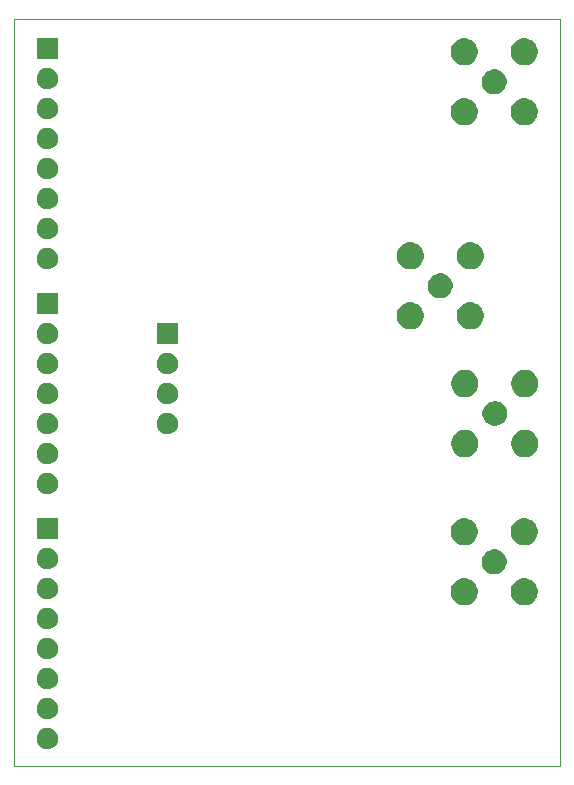
<source format=gbr>
%TF.GenerationSoftware,KiCad,Pcbnew,(5.1.5)-3*%
%TF.CreationDate,2020-04-11T16:30:29+01:00*%
%TF.ProjectId,EPCTest2,45504354-6573-4743-922e-6b696361645f,rev?*%
%TF.SameCoordinates,Original*%
%TF.FileFunction,Soldermask,Bot*%
%TF.FilePolarity,Negative*%
%FSLAX46Y46*%
G04 Gerber Fmt 4.6, Leading zero omitted, Abs format (unit mm)*
G04 Created by KiCad (PCBNEW (5.1.5)-3) date 2020-04-11 16:30:29*
%MOMM*%
%LPD*%
G04 APERTURE LIST*
%TA.AperFunction,Profile*%
%ADD10C,0.100000*%
%TD*%
%ADD11C,0.150000*%
G04 APERTURE END LIST*
D10*
X92964000Y-64770000D02*
X92964000Y-128016000D01*
X46736000Y-64770000D02*
X92964000Y-64770000D01*
X46736000Y-128016000D02*
X46736000Y-64770000D01*
X92964000Y-128016000D02*
X46736000Y-128016000D01*
D11*
G36*
X49643512Y-124833927D02*
G01*
X49792812Y-124863624D01*
X49956784Y-124931544D01*
X50104354Y-125030147D01*
X50229853Y-125155646D01*
X50328456Y-125303216D01*
X50396376Y-125467188D01*
X50431000Y-125641259D01*
X50431000Y-125818741D01*
X50396376Y-125992812D01*
X50328456Y-126156784D01*
X50229853Y-126304354D01*
X50104354Y-126429853D01*
X49956784Y-126528456D01*
X49792812Y-126596376D01*
X49643512Y-126626073D01*
X49618742Y-126631000D01*
X49441258Y-126631000D01*
X49416488Y-126626073D01*
X49267188Y-126596376D01*
X49103216Y-126528456D01*
X48955646Y-126429853D01*
X48830147Y-126304354D01*
X48731544Y-126156784D01*
X48663624Y-125992812D01*
X48629000Y-125818741D01*
X48629000Y-125641259D01*
X48663624Y-125467188D01*
X48731544Y-125303216D01*
X48830147Y-125155646D01*
X48955646Y-125030147D01*
X49103216Y-124931544D01*
X49267188Y-124863624D01*
X49416488Y-124833927D01*
X49441258Y-124829000D01*
X49618742Y-124829000D01*
X49643512Y-124833927D01*
G37*
G36*
X49643512Y-122293927D02*
G01*
X49792812Y-122323624D01*
X49956784Y-122391544D01*
X50104354Y-122490147D01*
X50229853Y-122615646D01*
X50328456Y-122763216D01*
X50396376Y-122927188D01*
X50431000Y-123101259D01*
X50431000Y-123278741D01*
X50396376Y-123452812D01*
X50328456Y-123616784D01*
X50229853Y-123764354D01*
X50104354Y-123889853D01*
X49956784Y-123988456D01*
X49792812Y-124056376D01*
X49643512Y-124086073D01*
X49618742Y-124091000D01*
X49441258Y-124091000D01*
X49416488Y-124086073D01*
X49267188Y-124056376D01*
X49103216Y-123988456D01*
X48955646Y-123889853D01*
X48830147Y-123764354D01*
X48731544Y-123616784D01*
X48663624Y-123452812D01*
X48629000Y-123278741D01*
X48629000Y-123101259D01*
X48663624Y-122927188D01*
X48731544Y-122763216D01*
X48830147Y-122615646D01*
X48955646Y-122490147D01*
X49103216Y-122391544D01*
X49267188Y-122323624D01*
X49416488Y-122293927D01*
X49441258Y-122289000D01*
X49618742Y-122289000D01*
X49643512Y-122293927D01*
G37*
G36*
X49643512Y-119753927D02*
G01*
X49792812Y-119783624D01*
X49956784Y-119851544D01*
X50104354Y-119950147D01*
X50229853Y-120075646D01*
X50328456Y-120223216D01*
X50396376Y-120387188D01*
X50431000Y-120561259D01*
X50431000Y-120738741D01*
X50396376Y-120912812D01*
X50328456Y-121076784D01*
X50229853Y-121224354D01*
X50104354Y-121349853D01*
X49956784Y-121448456D01*
X49792812Y-121516376D01*
X49643512Y-121546073D01*
X49618742Y-121551000D01*
X49441258Y-121551000D01*
X49416488Y-121546073D01*
X49267188Y-121516376D01*
X49103216Y-121448456D01*
X48955646Y-121349853D01*
X48830147Y-121224354D01*
X48731544Y-121076784D01*
X48663624Y-120912812D01*
X48629000Y-120738741D01*
X48629000Y-120561259D01*
X48663624Y-120387188D01*
X48731544Y-120223216D01*
X48830147Y-120075646D01*
X48955646Y-119950147D01*
X49103216Y-119851544D01*
X49267188Y-119783624D01*
X49416488Y-119753927D01*
X49441258Y-119749000D01*
X49618742Y-119749000D01*
X49643512Y-119753927D01*
G37*
G36*
X49643512Y-117213927D02*
G01*
X49792812Y-117243624D01*
X49956784Y-117311544D01*
X50104354Y-117410147D01*
X50229853Y-117535646D01*
X50328456Y-117683216D01*
X50396376Y-117847188D01*
X50431000Y-118021259D01*
X50431000Y-118198741D01*
X50396376Y-118372812D01*
X50328456Y-118536784D01*
X50229853Y-118684354D01*
X50104354Y-118809853D01*
X49956784Y-118908456D01*
X49792812Y-118976376D01*
X49643512Y-119006073D01*
X49618742Y-119011000D01*
X49441258Y-119011000D01*
X49416488Y-119006073D01*
X49267188Y-118976376D01*
X49103216Y-118908456D01*
X48955646Y-118809853D01*
X48830147Y-118684354D01*
X48731544Y-118536784D01*
X48663624Y-118372812D01*
X48629000Y-118198741D01*
X48629000Y-118021259D01*
X48663624Y-117847188D01*
X48731544Y-117683216D01*
X48830147Y-117535646D01*
X48955646Y-117410147D01*
X49103216Y-117311544D01*
X49267188Y-117243624D01*
X49416488Y-117213927D01*
X49441258Y-117209000D01*
X49618742Y-117209000D01*
X49643512Y-117213927D01*
G37*
G36*
X49643512Y-114673927D02*
G01*
X49792812Y-114703624D01*
X49956784Y-114771544D01*
X50104354Y-114870147D01*
X50229853Y-114995646D01*
X50328456Y-115143216D01*
X50396376Y-115307188D01*
X50431000Y-115481259D01*
X50431000Y-115658741D01*
X50396376Y-115832812D01*
X50328456Y-115996784D01*
X50229853Y-116144354D01*
X50104354Y-116269853D01*
X49956784Y-116368456D01*
X49792812Y-116436376D01*
X49643512Y-116466073D01*
X49618742Y-116471000D01*
X49441258Y-116471000D01*
X49416488Y-116466073D01*
X49267188Y-116436376D01*
X49103216Y-116368456D01*
X48955646Y-116269853D01*
X48830147Y-116144354D01*
X48731544Y-115996784D01*
X48663624Y-115832812D01*
X48629000Y-115658741D01*
X48629000Y-115481259D01*
X48663624Y-115307188D01*
X48731544Y-115143216D01*
X48830147Y-114995646D01*
X48955646Y-114870147D01*
X49103216Y-114771544D01*
X49267188Y-114703624D01*
X49416488Y-114673927D01*
X49441258Y-114669000D01*
X49618742Y-114669000D01*
X49643512Y-114673927D01*
G37*
G36*
X85060549Y-112155116D02*
G01*
X85171734Y-112177232D01*
X85381203Y-112263997D01*
X85569720Y-112389960D01*
X85730040Y-112550280D01*
X85856003Y-112738797D01*
X85939866Y-112941259D01*
X85942768Y-112948267D01*
X85976678Y-113118741D01*
X85987000Y-113170636D01*
X85987000Y-113397364D01*
X85942768Y-113619734D01*
X85897155Y-113729853D01*
X85856313Y-113828456D01*
X85856003Y-113829203D01*
X85730040Y-114017720D01*
X85569720Y-114178040D01*
X85381203Y-114304003D01*
X85171734Y-114390768D01*
X85060549Y-114412884D01*
X84949365Y-114435000D01*
X84722635Y-114435000D01*
X84611451Y-114412884D01*
X84500266Y-114390768D01*
X84290797Y-114304003D01*
X84102280Y-114178040D01*
X83941960Y-114017720D01*
X83815997Y-113829203D01*
X83815688Y-113828456D01*
X83774845Y-113729853D01*
X83729232Y-113619734D01*
X83685000Y-113397364D01*
X83685000Y-113170636D01*
X83695323Y-113118741D01*
X83729232Y-112948267D01*
X83732135Y-112941259D01*
X83815997Y-112738797D01*
X83941960Y-112550280D01*
X84102280Y-112389960D01*
X84290797Y-112263997D01*
X84500266Y-112177232D01*
X84611451Y-112155116D01*
X84722635Y-112133000D01*
X84949365Y-112133000D01*
X85060549Y-112155116D01*
G37*
G36*
X90140549Y-112155116D02*
G01*
X90251734Y-112177232D01*
X90461203Y-112263997D01*
X90649720Y-112389960D01*
X90810040Y-112550280D01*
X90936003Y-112738797D01*
X91019866Y-112941259D01*
X91022768Y-112948267D01*
X91056678Y-113118741D01*
X91067000Y-113170636D01*
X91067000Y-113397364D01*
X91022768Y-113619734D01*
X90977155Y-113729853D01*
X90936313Y-113828456D01*
X90936003Y-113829203D01*
X90810040Y-114017720D01*
X90649720Y-114178040D01*
X90461203Y-114304003D01*
X90251734Y-114390768D01*
X90140549Y-114412884D01*
X90029365Y-114435000D01*
X89802635Y-114435000D01*
X89691451Y-114412884D01*
X89580266Y-114390768D01*
X89370797Y-114304003D01*
X89182280Y-114178040D01*
X89021960Y-114017720D01*
X88895997Y-113829203D01*
X88895688Y-113828456D01*
X88854845Y-113729853D01*
X88809232Y-113619734D01*
X88765000Y-113397364D01*
X88765000Y-113170636D01*
X88775323Y-113118741D01*
X88809232Y-112948267D01*
X88812135Y-112941259D01*
X88895997Y-112738797D01*
X89021960Y-112550280D01*
X89182280Y-112389960D01*
X89370797Y-112263997D01*
X89580266Y-112177232D01*
X89691451Y-112155116D01*
X89802635Y-112133000D01*
X90029365Y-112133000D01*
X90140549Y-112155116D01*
G37*
G36*
X49638851Y-112133000D02*
G01*
X49792812Y-112163624D01*
X49956784Y-112231544D01*
X50104354Y-112330147D01*
X50229853Y-112455646D01*
X50328456Y-112603216D01*
X50396376Y-112767188D01*
X50431000Y-112941259D01*
X50431000Y-113118741D01*
X50396376Y-113292812D01*
X50328456Y-113456784D01*
X50229853Y-113604354D01*
X50104354Y-113729853D01*
X49956784Y-113828456D01*
X49792812Y-113896376D01*
X49643512Y-113926073D01*
X49618742Y-113931000D01*
X49441258Y-113931000D01*
X49416488Y-113926073D01*
X49267188Y-113896376D01*
X49103216Y-113828456D01*
X48955646Y-113729853D01*
X48830147Y-113604354D01*
X48731544Y-113456784D01*
X48663624Y-113292812D01*
X48629000Y-113118741D01*
X48629000Y-112941259D01*
X48663624Y-112767188D01*
X48731544Y-112603216D01*
X48830147Y-112455646D01*
X48955646Y-112330147D01*
X49103216Y-112231544D01*
X49267188Y-112163624D01*
X49421149Y-112133000D01*
X49441258Y-112129000D01*
X49618742Y-112129000D01*
X49638851Y-112133000D01*
G37*
G36*
X87682564Y-109733389D02*
G01*
X87873833Y-109812615D01*
X87873835Y-109812616D01*
X88045973Y-109927635D01*
X88192365Y-110074027D01*
X88294705Y-110227189D01*
X88307385Y-110246167D01*
X88386611Y-110437436D01*
X88427000Y-110640484D01*
X88427000Y-110847516D01*
X88386611Y-111050564D01*
X88307385Y-111241833D01*
X88307384Y-111241835D01*
X88192365Y-111413973D01*
X88045973Y-111560365D01*
X87873835Y-111675384D01*
X87873834Y-111675385D01*
X87873833Y-111675385D01*
X87682564Y-111754611D01*
X87479516Y-111795000D01*
X87272484Y-111795000D01*
X87069436Y-111754611D01*
X86878167Y-111675385D01*
X86878166Y-111675385D01*
X86878165Y-111675384D01*
X86706027Y-111560365D01*
X86559635Y-111413973D01*
X86444616Y-111241835D01*
X86444615Y-111241833D01*
X86365389Y-111050564D01*
X86325000Y-110847516D01*
X86325000Y-110640484D01*
X86365389Y-110437436D01*
X86444615Y-110246167D01*
X86457296Y-110227189D01*
X86559635Y-110074027D01*
X86706027Y-109927635D01*
X86878165Y-109812616D01*
X86878167Y-109812615D01*
X87069436Y-109733389D01*
X87272484Y-109693000D01*
X87479516Y-109693000D01*
X87682564Y-109733389D01*
G37*
G36*
X49643512Y-109593927D02*
G01*
X49792812Y-109623624D01*
X49956784Y-109691544D01*
X50104354Y-109790147D01*
X50229853Y-109915646D01*
X50328456Y-110063216D01*
X50396376Y-110227188D01*
X50431000Y-110401259D01*
X50431000Y-110578741D01*
X50396376Y-110752812D01*
X50328456Y-110916784D01*
X50229853Y-111064354D01*
X50104354Y-111189853D01*
X49956784Y-111288456D01*
X49792812Y-111356376D01*
X49643512Y-111386073D01*
X49618742Y-111391000D01*
X49441258Y-111391000D01*
X49416488Y-111386073D01*
X49267188Y-111356376D01*
X49103216Y-111288456D01*
X48955646Y-111189853D01*
X48830147Y-111064354D01*
X48731544Y-110916784D01*
X48663624Y-110752812D01*
X48629000Y-110578741D01*
X48629000Y-110401259D01*
X48663624Y-110227188D01*
X48731544Y-110063216D01*
X48830147Y-109915646D01*
X48955646Y-109790147D01*
X49103216Y-109691544D01*
X49267188Y-109623624D01*
X49416488Y-109593927D01*
X49441258Y-109589000D01*
X49618742Y-109589000D01*
X49643512Y-109593927D01*
G37*
G36*
X85060549Y-107075116D02*
G01*
X85171734Y-107097232D01*
X85381203Y-107183997D01*
X85569720Y-107309960D01*
X85730040Y-107470280D01*
X85856003Y-107658797D01*
X85942768Y-107868266D01*
X85987000Y-108090636D01*
X85987000Y-108317364D01*
X85942768Y-108539734D01*
X85856003Y-108749203D01*
X85730040Y-108937720D01*
X85569720Y-109098040D01*
X85381203Y-109224003D01*
X85171734Y-109310768D01*
X85060549Y-109332884D01*
X84949365Y-109355000D01*
X84722635Y-109355000D01*
X84611451Y-109332884D01*
X84500266Y-109310768D01*
X84290797Y-109224003D01*
X84102280Y-109098040D01*
X83941960Y-108937720D01*
X83815997Y-108749203D01*
X83729232Y-108539734D01*
X83685000Y-108317364D01*
X83685000Y-108090636D01*
X83729232Y-107868266D01*
X83815997Y-107658797D01*
X83941960Y-107470280D01*
X84102280Y-107309960D01*
X84290797Y-107183997D01*
X84500266Y-107097232D01*
X84611451Y-107075116D01*
X84722635Y-107053000D01*
X84949365Y-107053000D01*
X85060549Y-107075116D01*
G37*
G36*
X90140549Y-107075116D02*
G01*
X90251734Y-107097232D01*
X90461203Y-107183997D01*
X90649720Y-107309960D01*
X90810040Y-107470280D01*
X90936003Y-107658797D01*
X91022768Y-107868266D01*
X91067000Y-108090636D01*
X91067000Y-108317364D01*
X91022768Y-108539734D01*
X90936003Y-108749203D01*
X90810040Y-108937720D01*
X90649720Y-109098040D01*
X90461203Y-109224003D01*
X90251734Y-109310768D01*
X90140549Y-109332884D01*
X90029365Y-109355000D01*
X89802635Y-109355000D01*
X89691451Y-109332884D01*
X89580266Y-109310768D01*
X89370797Y-109224003D01*
X89182280Y-109098040D01*
X89021960Y-108937720D01*
X88895997Y-108749203D01*
X88809232Y-108539734D01*
X88765000Y-108317364D01*
X88765000Y-108090636D01*
X88809232Y-107868266D01*
X88895997Y-107658797D01*
X89021960Y-107470280D01*
X89182280Y-107309960D01*
X89370797Y-107183997D01*
X89580266Y-107097232D01*
X89691451Y-107075116D01*
X89802635Y-107053000D01*
X90029365Y-107053000D01*
X90140549Y-107075116D01*
G37*
G36*
X50431000Y-108851000D02*
G01*
X48629000Y-108851000D01*
X48629000Y-107049000D01*
X50431000Y-107049000D01*
X50431000Y-108851000D01*
G37*
G36*
X49643512Y-103243927D02*
G01*
X49792812Y-103273624D01*
X49956784Y-103341544D01*
X50104354Y-103440147D01*
X50229853Y-103565646D01*
X50328456Y-103713216D01*
X50396376Y-103877188D01*
X50431000Y-104051259D01*
X50431000Y-104228741D01*
X50396376Y-104402812D01*
X50328456Y-104566784D01*
X50229853Y-104714354D01*
X50104354Y-104839853D01*
X49956784Y-104938456D01*
X49792812Y-105006376D01*
X49643512Y-105036073D01*
X49618742Y-105041000D01*
X49441258Y-105041000D01*
X49416488Y-105036073D01*
X49267188Y-105006376D01*
X49103216Y-104938456D01*
X48955646Y-104839853D01*
X48830147Y-104714354D01*
X48731544Y-104566784D01*
X48663624Y-104402812D01*
X48629000Y-104228741D01*
X48629000Y-104051259D01*
X48663624Y-103877188D01*
X48731544Y-103713216D01*
X48830147Y-103565646D01*
X48955646Y-103440147D01*
X49103216Y-103341544D01*
X49267188Y-103273624D01*
X49416488Y-103243927D01*
X49441258Y-103239000D01*
X49618742Y-103239000D01*
X49643512Y-103243927D01*
G37*
G36*
X49643512Y-100703927D02*
G01*
X49792812Y-100733624D01*
X49956784Y-100801544D01*
X50104354Y-100900147D01*
X50229853Y-101025646D01*
X50328456Y-101173216D01*
X50396376Y-101337188D01*
X50431000Y-101511259D01*
X50431000Y-101688741D01*
X50396376Y-101862812D01*
X50328456Y-102026784D01*
X50229853Y-102174354D01*
X50104354Y-102299853D01*
X49956784Y-102398456D01*
X49792812Y-102466376D01*
X49643512Y-102496073D01*
X49618742Y-102501000D01*
X49441258Y-102501000D01*
X49416488Y-102496073D01*
X49267188Y-102466376D01*
X49103216Y-102398456D01*
X48955646Y-102299853D01*
X48830147Y-102174354D01*
X48731544Y-102026784D01*
X48663624Y-101862812D01*
X48629000Y-101688741D01*
X48629000Y-101511259D01*
X48663624Y-101337188D01*
X48731544Y-101173216D01*
X48830147Y-101025646D01*
X48955646Y-100900147D01*
X49103216Y-100801544D01*
X49267188Y-100733624D01*
X49416488Y-100703927D01*
X49441258Y-100699000D01*
X49618742Y-100699000D01*
X49643512Y-100703927D01*
G37*
G36*
X85111349Y-99607516D02*
G01*
X85222534Y-99629632D01*
X85432003Y-99716397D01*
X85620520Y-99842360D01*
X85780840Y-100002680D01*
X85906803Y-100191197D01*
X85993568Y-100400666D01*
X86037800Y-100623036D01*
X86037800Y-100849764D01*
X85993568Y-101072134D01*
X85906803Y-101281603D01*
X85780840Y-101470120D01*
X85620520Y-101630440D01*
X85432003Y-101756403D01*
X85222534Y-101843168D01*
X85123782Y-101862811D01*
X85000165Y-101887400D01*
X84773435Y-101887400D01*
X84649818Y-101862811D01*
X84551066Y-101843168D01*
X84341597Y-101756403D01*
X84153080Y-101630440D01*
X83992760Y-101470120D01*
X83866797Y-101281603D01*
X83780032Y-101072134D01*
X83735800Y-100849764D01*
X83735800Y-100623036D01*
X83780032Y-100400666D01*
X83866797Y-100191197D01*
X83992760Y-100002680D01*
X84153080Y-99842360D01*
X84341597Y-99716397D01*
X84551066Y-99629632D01*
X84662251Y-99607516D01*
X84773435Y-99585400D01*
X85000165Y-99585400D01*
X85111349Y-99607516D01*
G37*
G36*
X90191349Y-99607516D02*
G01*
X90302534Y-99629632D01*
X90512003Y-99716397D01*
X90700520Y-99842360D01*
X90860840Y-100002680D01*
X90986803Y-100191197D01*
X91073568Y-100400666D01*
X91117800Y-100623036D01*
X91117800Y-100849764D01*
X91073568Y-101072134D01*
X90986803Y-101281603D01*
X90860840Y-101470120D01*
X90700520Y-101630440D01*
X90512003Y-101756403D01*
X90302534Y-101843168D01*
X90203782Y-101862811D01*
X90080165Y-101887400D01*
X89853435Y-101887400D01*
X89729818Y-101862811D01*
X89631066Y-101843168D01*
X89421597Y-101756403D01*
X89233080Y-101630440D01*
X89072760Y-101470120D01*
X88946797Y-101281603D01*
X88860032Y-101072134D01*
X88815800Y-100849764D01*
X88815800Y-100623036D01*
X88860032Y-100400666D01*
X88946797Y-100191197D01*
X89072760Y-100002680D01*
X89233080Y-99842360D01*
X89421597Y-99716397D01*
X89631066Y-99629632D01*
X89742251Y-99607516D01*
X89853435Y-99585400D01*
X90080165Y-99585400D01*
X90191349Y-99607516D01*
G37*
G36*
X49643512Y-98163927D02*
G01*
X49792812Y-98193624D01*
X49956784Y-98261544D01*
X50104354Y-98360147D01*
X50229853Y-98485646D01*
X50328456Y-98633216D01*
X50396376Y-98797188D01*
X50431000Y-98971259D01*
X50431000Y-99148741D01*
X50396376Y-99322812D01*
X50328456Y-99486784D01*
X50229853Y-99634354D01*
X50104354Y-99759853D01*
X49956784Y-99858456D01*
X49792812Y-99926376D01*
X49643512Y-99956073D01*
X49618742Y-99961000D01*
X49441258Y-99961000D01*
X49416488Y-99956073D01*
X49267188Y-99926376D01*
X49103216Y-99858456D01*
X48955646Y-99759853D01*
X48830147Y-99634354D01*
X48731544Y-99486784D01*
X48663624Y-99322812D01*
X48629000Y-99148741D01*
X48629000Y-98971259D01*
X48663624Y-98797188D01*
X48731544Y-98633216D01*
X48830147Y-98485646D01*
X48955646Y-98360147D01*
X49103216Y-98261544D01*
X49267188Y-98193624D01*
X49416488Y-98163927D01*
X49441258Y-98159000D01*
X49618742Y-98159000D01*
X49643512Y-98163927D01*
G37*
G36*
X59803512Y-98163927D02*
G01*
X59952812Y-98193624D01*
X60116784Y-98261544D01*
X60264354Y-98360147D01*
X60389853Y-98485646D01*
X60488456Y-98633216D01*
X60556376Y-98797188D01*
X60591000Y-98971259D01*
X60591000Y-99148741D01*
X60556376Y-99322812D01*
X60488456Y-99486784D01*
X60389853Y-99634354D01*
X60264354Y-99759853D01*
X60116784Y-99858456D01*
X59952812Y-99926376D01*
X59803512Y-99956073D01*
X59778742Y-99961000D01*
X59601258Y-99961000D01*
X59576488Y-99956073D01*
X59427188Y-99926376D01*
X59263216Y-99858456D01*
X59115646Y-99759853D01*
X58990147Y-99634354D01*
X58891544Y-99486784D01*
X58823624Y-99322812D01*
X58789000Y-99148741D01*
X58789000Y-98971259D01*
X58823624Y-98797188D01*
X58891544Y-98633216D01*
X58990147Y-98485646D01*
X59115646Y-98360147D01*
X59263216Y-98261544D01*
X59427188Y-98193624D01*
X59576488Y-98163927D01*
X59601258Y-98159000D01*
X59778742Y-98159000D01*
X59803512Y-98163927D01*
G37*
G36*
X87733364Y-97185789D02*
G01*
X87924633Y-97265015D01*
X87924635Y-97265016D01*
X88096773Y-97380035D01*
X88243165Y-97526427D01*
X88358185Y-97698567D01*
X88437411Y-97889836D01*
X88477800Y-98092884D01*
X88477800Y-98299916D01*
X88437411Y-98502964D01*
X88383459Y-98633216D01*
X88358184Y-98694235D01*
X88243165Y-98866373D01*
X88096773Y-99012765D01*
X87924635Y-99127784D01*
X87924634Y-99127785D01*
X87924633Y-99127785D01*
X87733364Y-99207011D01*
X87530316Y-99247400D01*
X87323284Y-99247400D01*
X87120236Y-99207011D01*
X86928967Y-99127785D01*
X86928966Y-99127785D01*
X86928965Y-99127784D01*
X86756827Y-99012765D01*
X86610435Y-98866373D01*
X86495416Y-98694235D01*
X86470141Y-98633216D01*
X86416189Y-98502964D01*
X86375800Y-98299916D01*
X86375800Y-98092884D01*
X86416189Y-97889836D01*
X86495415Y-97698567D01*
X86610435Y-97526427D01*
X86756827Y-97380035D01*
X86928965Y-97265016D01*
X86928967Y-97265015D01*
X87120236Y-97185789D01*
X87323284Y-97145400D01*
X87530316Y-97145400D01*
X87733364Y-97185789D01*
G37*
G36*
X59803512Y-95623927D02*
G01*
X59952812Y-95653624D01*
X60116784Y-95721544D01*
X60264354Y-95820147D01*
X60389853Y-95945646D01*
X60488456Y-96093216D01*
X60556376Y-96257188D01*
X60591000Y-96431259D01*
X60591000Y-96608741D01*
X60556376Y-96782812D01*
X60488456Y-96946784D01*
X60389853Y-97094354D01*
X60264354Y-97219853D01*
X60116784Y-97318456D01*
X59952812Y-97386376D01*
X59803512Y-97416073D01*
X59778742Y-97421000D01*
X59601258Y-97421000D01*
X59576488Y-97416073D01*
X59427188Y-97386376D01*
X59263216Y-97318456D01*
X59115646Y-97219853D01*
X58990147Y-97094354D01*
X58891544Y-96946784D01*
X58823624Y-96782812D01*
X58789000Y-96608741D01*
X58789000Y-96431259D01*
X58823624Y-96257188D01*
X58891544Y-96093216D01*
X58990147Y-95945646D01*
X59115646Y-95820147D01*
X59263216Y-95721544D01*
X59427188Y-95653624D01*
X59576488Y-95623927D01*
X59601258Y-95619000D01*
X59778742Y-95619000D01*
X59803512Y-95623927D01*
G37*
G36*
X49643512Y-95623927D02*
G01*
X49792812Y-95653624D01*
X49956784Y-95721544D01*
X50104354Y-95820147D01*
X50229853Y-95945646D01*
X50328456Y-96093216D01*
X50396376Y-96257188D01*
X50431000Y-96431259D01*
X50431000Y-96608741D01*
X50396376Y-96782812D01*
X50328456Y-96946784D01*
X50229853Y-97094354D01*
X50104354Y-97219853D01*
X49956784Y-97318456D01*
X49792812Y-97386376D01*
X49643512Y-97416073D01*
X49618742Y-97421000D01*
X49441258Y-97421000D01*
X49416488Y-97416073D01*
X49267188Y-97386376D01*
X49103216Y-97318456D01*
X48955646Y-97219853D01*
X48830147Y-97094354D01*
X48731544Y-96946784D01*
X48663624Y-96782812D01*
X48629000Y-96608741D01*
X48629000Y-96431259D01*
X48663624Y-96257188D01*
X48731544Y-96093216D01*
X48830147Y-95945646D01*
X48955646Y-95820147D01*
X49103216Y-95721544D01*
X49267188Y-95653624D01*
X49416488Y-95623927D01*
X49441258Y-95619000D01*
X49618742Y-95619000D01*
X49643512Y-95623927D01*
G37*
G36*
X85111349Y-94527516D02*
G01*
X85222534Y-94549632D01*
X85432003Y-94636397D01*
X85620520Y-94762360D01*
X85780840Y-94922680D01*
X85906803Y-95111197D01*
X85993568Y-95320666D01*
X86037800Y-95543036D01*
X86037800Y-95769764D01*
X85993568Y-95992134D01*
X85906803Y-96201603D01*
X85780840Y-96390120D01*
X85620520Y-96550440D01*
X85432003Y-96676403D01*
X85222534Y-96763168D01*
X85123782Y-96782811D01*
X85000165Y-96807400D01*
X84773435Y-96807400D01*
X84649818Y-96782811D01*
X84551066Y-96763168D01*
X84341597Y-96676403D01*
X84153080Y-96550440D01*
X83992760Y-96390120D01*
X83866797Y-96201603D01*
X83780032Y-95992134D01*
X83735800Y-95769764D01*
X83735800Y-95543036D01*
X83780032Y-95320666D01*
X83866797Y-95111197D01*
X83992760Y-94922680D01*
X84153080Y-94762360D01*
X84341597Y-94636397D01*
X84551066Y-94549632D01*
X84662251Y-94527516D01*
X84773435Y-94505400D01*
X85000165Y-94505400D01*
X85111349Y-94527516D01*
G37*
G36*
X90191349Y-94527516D02*
G01*
X90302534Y-94549632D01*
X90512003Y-94636397D01*
X90700520Y-94762360D01*
X90860840Y-94922680D01*
X90986803Y-95111197D01*
X91073568Y-95320666D01*
X91117800Y-95543036D01*
X91117800Y-95769764D01*
X91073568Y-95992134D01*
X90986803Y-96201603D01*
X90860840Y-96390120D01*
X90700520Y-96550440D01*
X90512003Y-96676403D01*
X90302534Y-96763168D01*
X90203782Y-96782811D01*
X90080165Y-96807400D01*
X89853435Y-96807400D01*
X89729818Y-96782811D01*
X89631066Y-96763168D01*
X89421597Y-96676403D01*
X89233080Y-96550440D01*
X89072760Y-96390120D01*
X88946797Y-96201603D01*
X88860032Y-95992134D01*
X88815800Y-95769764D01*
X88815800Y-95543036D01*
X88860032Y-95320666D01*
X88946797Y-95111197D01*
X89072760Y-94922680D01*
X89233080Y-94762360D01*
X89421597Y-94636397D01*
X89631066Y-94549632D01*
X89742251Y-94527516D01*
X89853435Y-94505400D01*
X90080165Y-94505400D01*
X90191349Y-94527516D01*
G37*
G36*
X59803512Y-93083927D02*
G01*
X59952812Y-93113624D01*
X60116784Y-93181544D01*
X60264354Y-93280147D01*
X60389853Y-93405646D01*
X60488456Y-93553216D01*
X60556376Y-93717188D01*
X60591000Y-93891259D01*
X60591000Y-94068741D01*
X60556376Y-94242812D01*
X60488456Y-94406784D01*
X60389853Y-94554354D01*
X60264354Y-94679853D01*
X60116784Y-94778456D01*
X59952812Y-94846376D01*
X59803512Y-94876073D01*
X59778742Y-94881000D01*
X59601258Y-94881000D01*
X59576488Y-94876073D01*
X59427188Y-94846376D01*
X59263216Y-94778456D01*
X59115646Y-94679853D01*
X58990147Y-94554354D01*
X58891544Y-94406784D01*
X58823624Y-94242812D01*
X58789000Y-94068741D01*
X58789000Y-93891259D01*
X58823624Y-93717188D01*
X58891544Y-93553216D01*
X58990147Y-93405646D01*
X59115646Y-93280147D01*
X59263216Y-93181544D01*
X59427188Y-93113624D01*
X59576488Y-93083927D01*
X59601258Y-93079000D01*
X59778742Y-93079000D01*
X59803512Y-93083927D01*
G37*
G36*
X49643512Y-93083927D02*
G01*
X49792812Y-93113624D01*
X49956784Y-93181544D01*
X50104354Y-93280147D01*
X50229853Y-93405646D01*
X50328456Y-93553216D01*
X50396376Y-93717188D01*
X50431000Y-93891259D01*
X50431000Y-94068741D01*
X50396376Y-94242812D01*
X50328456Y-94406784D01*
X50229853Y-94554354D01*
X50104354Y-94679853D01*
X49956784Y-94778456D01*
X49792812Y-94846376D01*
X49643512Y-94876073D01*
X49618742Y-94881000D01*
X49441258Y-94881000D01*
X49416488Y-94876073D01*
X49267188Y-94846376D01*
X49103216Y-94778456D01*
X48955646Y-94679853D01*
X48830147Y-94554354D01*
X48731544Y-94406784D01*
X48663624Y-94242812D01*
X48629000Y-94068741D01*
X48629000Y-93891259D01*
X48663624Y-93717188D01*
X48731544Y-93553216D01*
X48830147Y-93405646D01*
X48955646Y-93280147D01*
X49103216Y-93181544D01*
X49267188Y-93113624D01*
X49416488Y-93083927D01*
X49441258Y-93079000D01*
X49618742Y-93079000D01*
X49643512Y-93083927D01*
G37*
G36*
X60591000Y-92341000D02*
G01*
X58789000Y-92341000D01*
X58789000Y-90539000D01*
X60591000Y-90539000D01*
X60591000Y-92341000D01*
G37*
G36*
X49643512Y-90543927D02*
G01*
X49792812Y-90573624D01*
X49956784Y-90641544D01*
X50104354Y-90740147D01*
X50229853Y-90865646D01*
X50328456Y-91013216D01*
X50396376Y-91177188D01*
X50431000Y-91351259D01*
X50431000Y-91528741D01*
X50396376Y-91702812D01*
X50328456Y-91866784D01*
X50229853Y-92014354D01*
X50104354Y-92139853D01*
X49956784Y-92238456D01*
X49792812Y-92306376D01*
X49643512Y-92336073D01*
X49618742Y-92341000D01*
X49441258Y-92341000D01*
X49416488Y-92336073D01*
X49267188Y-92306376D01*
X49103216Y-92238456D01*
X48955646Y-92139853D01*
X48830147Y-92014354D01*
X48731544Y-91866784D01*
X48663624Y-91702812D01*
X48629000Y-91528741D01*
X48629000Y-91351259D01*
X48663624Y-91177188D01*
X48731544Y-91013216D01*
X48830147Y-90865646D01*
X48955646Y-90740147D01*
X49103216Y-90641544D01*
X49267188Y-90573624D01*
X49416488Y-90543927D01*
X49441258Y-90539000D01*
X49618742Y-90539000D01*
X49643512Y-90543927D01*
G37*
G36*
X85568549Y-88787116D02*
G01*
X85679734Y-88809232D01*
X85889203Y-88895997D01*
X86077720Y-89021960D01*
X86238040Y-89182280D01*
X86364003Y-89370797D01*
X86450768Y-89580266D01*
X86495000Y-89802636D01*
X86495000Y-90029364D01*
X86450768Y-90251734D01*
X86364003Y-90461203D01*
X86238040Y-90649720D01*
X86077720Y-90810040D01*
X85889203Y-90936003D01*
X85679734Y-91022768D01*
X85568549Y-91044884D01*
X85457365Y-91067000D01*
X85230635Y-91067000D01*
X85119451Y-91044884D01*
X85008266Y-91022768D01*
X84798797Y-90936003D01*
X84610280Y-90810040D01*
X84449960Y-90649720D01*
X84323997Y-90461203D01*
X84237232Y-90251734D01*
X84193000Y-90029364D01*
X84193000Y-89802636D01*
X84237232Y-89580266D01*
X84323997Y-89370797D01*
X84449960Y-89182280D01*
X84610280Y-89021960D01*
X84798797Y-88895997D01*
X85008266Y-88809232D01*
X85119451Y-88787116D01*
X85230635Y-88765000D01*
X85457365Y-88765000D01*
X85568549Y-88787116D01*
G37*
G36*
X80488549Y-88787116D02*
G01*
X80599734Y-88809232D01*
X80809203Y-88895997D01*
X80997720Y-89021960D01*
X81158040Y-89182280D01*
X81284003Y-89370797D01*
X81370768Y-89580266D01*
X81415000Y-89802636D01*
X81415000Y-90029364D01*
X81370768Y-90251734D01*
X81284003Y-90461203D01*
X81158040Y-90649720D01*
X80997720Y-90810040D01*
X80809203Y-90936003D01*
X80599734Y-91022768D01*
X80488549Y-91044884D01*
X80377365Y-91067000D01*
X80150635Y-91067000D01*
X80039451Y-91044884D01*
X79928266Y-91022768D01*
X79718797Y-90936003D01*
X79530280Y-90810040D01*
X79369960Y-90649720D01*
X79243997Y-90461203D01*
X79157232Y-90251734D01*
X79113000Y-90029364D01*
X79113000Y-89802636D01*
X79157232Y-89580266D01*
X79243997Y-89370797D01*
X79369960Y-89182280D01*
X79530280Y-89021960D01*
X79718797Y-88895997D01*
X79928266Y-88809232D01*
X80039451Y-88787116D01*
X80150635Y-88765000D01*
X80377365Y-88765000D01*
X80488549Y-88787116D01*
G37*
G36*
X50431000Y-89801000D02*
G01*
X48629000Y-89801000D01*
X48629000Y-87999000D01*
X50431000Y-87999000D01*
X50431000Y-89801000D01*
G37*
G36*
X83110564Y-86365389D02*
G01*
X83301833Y-86444615D01*
X83301835Y-86444616D01*
X83473973Y-86559635D01*
X83620365Y-86706027D01*
X83735385Y-86878167D01*
X83814611Y-87069436D01*
X83855000Y-87272484D01*
X83855000Y-87479516D01*
X83814611Y-87682564D01*
X83735385Y-87873833D01*
X83735384Y-87873835D01*
X83620365Y-88045973D01*
X83473973Y-88192365D01*
X83301835Y-88307384D01*
X83301834Y-88307385D01*
X83301833Y-88307385D01*
X83110564Y-88386611D01*
X82907516Y-88427000D01*
X82700484Y-88427000D01*
X82497436Y-88386611D01*
X82306167Y-88307385D01*
X82306166Y-88307385D01*
X82306165Y-88307384D01*
X82134027Y-88192365D01*
X81987635Y-88045973D01*
X81872616Y-87873835D01*
X81872615Y-87873833D01*
X81793389Y-87682564D01*
X81753000Y-87479516D01*
X81753000Y-87272484D01*
X81793389Y-87069436D01*
X81872615Y-86878167D01*
X81987635Y-86706027D01*
X82134027Y-86559635D01*
X82306165Y-86444616D01*
X82306167Y-86444615D01*
X82497436Y-86365389D01*
X82700484Y-86325000D01*
X82907516Y-86325000D01*
X83110564Y-86365389D01*
G37*
G36*
X49643512Y-84193927D02*
G01*
X49792812Y-84223624D01*
X49956784Y-84291544D01*
X50104354Y-84390147D01*
X50229853Y-84515646D01*
X50328456Y-84663216D01*
X50396376Y-84827188D01*
X50431000Y-85001259D01*
X50431000Y-85178741D01*
X50396376Y-85352812D01*
X50328456Y-85516784D01*
X50229853Y-85664354D01*
X50104354Y-85789853D01*
X49956784Y-85888456D01*
X49792812Y-85956376D01*
X49643512Y-85986073D01*
X49618742Y-85991000D01*
X49441258Y-85991000D01*
X49416488Y-85986073D01*
X49267188Y-85956376D01*
X49103216Y-85888456D01*
X48955646Y-85789853D01*
X48830147Y-85664354D01*
X48731544Y-85516784D01*
X48663624Y-85352812D01*
X48629000Y-85178741D01*
X48629000Y-85001259D01*
X48663624Y-84827188D01*
X48731544Y-84663216D01*
X48830147Y-84515646D01*
X48955646Y-84390147D01*
X49103216Y-84291544D01*
X49267188Y-84223624D01*
X49416488Y-84193927D01*
X49441258Y-84189000D01*
X49618742Y-84189000D01*
X49643512Y-84193927D01*
G37*
G36*
X85568549Y-83707116D02*
G01*
X85679734Y-83729232D01*
X85889203Y-83815997D01*
X86077720Y-83941960D01*
X86238040Y-84102280D01*
X86295984Y-84189000D01*
X86364004Y-84290799D01*
X86389416Y-84352150D01*
X86405156Y-84390148D01*
X86450768Y-84500267D01*
X86495000Y-84722635D01*
X86495000Y-84949365D01*
X86472884Y-85060549D01*
X86450768Y-85171734D01*
X86364003Y-85381203D01*
X86238040Y-85569720D01*
X86077720Y-85730040D01*
X85889203Y-85856003D01*
X85679734Y-85942768D01*
X85568549Y-85964884D01*
X85457365Y-85987000D01*
X85230635Y-85987000D01*
X85119451Y-85964884D01*
X85008266Y-85942768D01*
X84798797Y-85856003D01*
X84610280Y-85730040D01*
X84449960Y-85569720D01*
X84323997Y-85381203D01*
X84237232Y-85171734D01*
X84215116Y-85060549D01*
X84193000Y-84949365D01*
X84193000Y-84722635D01*
X84237232Y-84500267D01*
X84282845Y-84390148D01*
X84298584Y-84352150D01*
X84323996Y-84290799D01*
X84392016Y-84189000D01*
X84449960Y-84102280D01*
X84610280Y-83941960D01*
X84798797Y-83815997D01*
X85008266Y-83729232D01*
X85119451Y-83707116D01*
X85230635Y-83685000D01*
X85457365Y-83685000D01*
X85568549Y-83707116D01*
G37*
G36*
X80488549Y-83707116D02*
G01*
X80599734Y-83729232D01*
X80809203Y-83815997D01*
X80997720Y-83941960D01*
X81158040Y-84102280D01*
X81215984Y-84189000D01*
X81284004Y-84290799D01*
X81309416Y-84352150D01*
X81325156Y-84390148D01*
X81370768Y-84500267D01*
X81415000Y-84722635D01*
X81415000Y-84949365D01*
X81392884Y-85060549D01*
X81370768Y-85171734D01*
X81284003Y-85381203D01*
X81158040Y-85569720D01*
X80997720Y-85730040D01*
X80809203Y-85856003D01*
X80599734Y-85942768D01*
X80488549Y-85964884D01*
X80377365Y-85987000D01*
X80150635Y-85987000D01*
X80039451Y-85964884D01*
X79928266Y-85942768D01*
X79718797Y-85856003D01*
X79530280Y-85730040D01*
X79369960Y-85569720D01*
X79243997Y-85381203D01*
X79157232Y-85171734D01*
X79135116Y-85060549D01*
X79113000Y-84949365D01*
X79113000Y-84722635D01*
X79157232Y-84500267D01*
X79202845Y-84390148D01*
X79218584Y-84352150D01*
X79243996Y-84290799D01*
X79312016Y-84189000D01*
X79369960Y-84102280D01*
X79530280Y-83941960D01*
X79718797Y-83815997D01*
X79928266Y-83729232D01*
X80039451Y-83707116D01*
X80150635Y-83685000D01*
X80377365Y-83685000D01*
X80488549Y-83707116D01*
G37*
G36*
X49643512Y-81653927D02*
G01*
X49792812Y-81683624D01*
X49956784Y-81751544D01*
X50104354Y-81850147D01*
X50229853Y-81975646D01*
X50328456Y-82123216D01*
X50396376Y-82287188D01*
X50431000Y-82461259D01*
X50431000Y-82638741D01*
X50396376Y-82812812D01*
X50328456Y-82976784D01*
X50229853Y-83124354D01*
X50104354Y-83249853D01*
X49956784Y-83348456D01*
X49792812Y-83416376D01*
X49643512Y-83446073D01*
X49618742Y-83451000D01*
X49441258Y-83451000D01*
X49416488Y-83446073D01*
X49267188Y-83416376D01*
X49103216Y-83348456D01*
X48955646Y-83249853D01*
X48830147Y-83124354D01*
X48731544Y-82976784D01*
X48663624Y-82812812D01*
X48629000Y-82638741D01*
X48629000Y-82461259D01*
X48663624Y-82287188D01*
X48731544Y-82123216D01*
X48830147Y-81975646D01*
X48955646Y-81850147D01*
X49103216Y-81751544D01*
X49267188Y-81683624D01*
X49416488Y-81653927D01*
X49441258Y-81649000D01*
X49618742Y-81649000D01*
X49643512Y-81653927D01*
G37*
G36*
X49643512Y-79113927D02*
G01*
X49792812Y-79143624D01*
X49956784Y-79211544D01*
X50104354Y-79310147D01*
X50229853Y-79435646D01*
X50328456Y-79583216D01*
X50396376Y-79747188D01*
X50431000Y-79921259D01*
X50431000Y-80098741D01*
X50396376Y-80272812D01*
X50328456Y-80436784D01*
X50229853Y-80584354D01*
X50104354Y-80709853D01*
X49956784Y-80808456D01*
X49792812Y-80876376D01*
X49643512Y-80906073D01*
X49618742Y-80911000D01*
X49441258Y-80911000D01*
X49416488Y-80906073D01*
X49267188Y-80876376D01*
X49103216Y-80808456D01*
X48955646Y-80709853D01*
X48830147Y-80584354D01*
X48731544Y-80436784D01*
X48663624Y-80272812D01*
X48629000Y-80098741D01*
X48629000Y-79921259D01*
X48663624Y-79747188D01*
X48731544Y-79583216D01*
X48830147Y-79435646D01*
X48955646Y-79310147D01*
X49103216Y-79211544D01*
X49267188Y-79143624D01*
X49416488Y-79113927D01*
X49441258Y-79109000D01*
X49618742Y-79109000D01*
X49643512Y-79113927D01*
G37*
G36*
X49643512Y-76573927D02*
G01*
X49792812Y-76603624D01*
X49956784Y-76671544D01*
X50104354Y-76770147D01*
X50229853Y-76895646D01*
X50328456Y-77043216D01*
X50396376Y-77207188D01*
X50431000Y-77381259D01*
X50431000Y-77558741D01*
X50396376Y-77732812D01*
X50328456Y-77896784D01*
X50229853Y-78044354D01*
X50104354Y-78169853D01*
X49956784Y-78268456D01*
X49792812Y-78336376D01*
X49643512Y-78366073D01*
X49618742Y-78371000D01*
X49441258Y-78371000D01*
X49416488Y-78366073D01*
X49267188Y-78336376D01*
X49103216Y-78268456D01*
X48955646Y-78169853D01*
X48830147Y-78044354D01*
X48731544Y-77896784D01*
X48663624Y-77732812D01*
X48629000Y-77558741D01*
X48629000Y-77381259D01*
X48663624Y-77207188D01*
X48731544Y-77043216D01*
X48830147Y-76895646D01*
X48955646Y-76770147D01*
X49103216Y-76671544D01*
X49267188Y-76603624D01*
X49416488Y-76573927D01*
X49441258Y-76569000D01*
X49618742Y-76569000D01*
X49643512Y-76573927D01*
G37*
G36*
X49643512Y-74033927D02*
G01*
X49792812Y-74063624D01*
X49956784Y-74131544D01*
X50104354Y-74230147D01*
X50229853Y-74355646D01*
X50328456Y-74503216D01*
X50396376Y-74667188D01*
X50431000Y-74841259D01*
X50431000Y-75018741D01*
X50396376Y-75192812D01*
X50328456Y-75356784D01*
X50229853Y-75504354D01*
X50104354Y-75629853D01*
X49956784Y-75728456D01*
X49792812Y-75796376D01*
X49643512Y-75826073D01*
X49618742Y-75831000D01*
X49441258Y-75831000D01*
X49416488Y-75826073D01*
X49267188Y-75796376D01*
X49103216Y-75728456D01*
X48955646Y-75629853D01*
X48830147Y-75504354D01*
X48731544Y-75356784D01*
X48663624Y-75192812D01*
X48629000Y-75018741D01*
X48629000Y-74841259D01*
X48663624Y-74667188D01*
X48731544Y-74503216D01*
X48830147Y-74355646D01*
X48955646Y-74230147D01*
X49103216Y-74131544D01*
X49267188Y-74063624D01*
X49416488Y-74033927D01*
X49441258Y-74029000D01*
X49618742Y-74029000D01*
X49643512Y-74033927D01*
G37*
G36*
X85060549Y-71515116D02*
G01*
X85171734Y-71537232D01*
X85381203Y-71623997D01*
X85569720Y-71749960D01*
X85730040Y-71910280D01*
X85856003Y-72098797D01*
X85939866Y-72301259D01*
X85942768Y-72308267D01*
X85976678Y-72478741D01*
X85987000Y-72530636D01*
X85987000Y-72757364D01*
X85942768Y-72979734D01*
X85897155Y-73089853D01*
X85856313Y-73188456D01*
X85856003Y-73189203D01*
X85730040Y-73377720D01*
X85569720Y-73538040D01*
X85381203Y-73664003D01*
X85171734Y-73750768D01*
X85060549Y-73772884D01*
X84949365Y-73795000D01*
X84722635Y-73795000D01*
X84611451Y-73772884D01*
X84500266Y-73750768D01*
X84290797Y-73664003D01*
X84102280Y-73538040D01*
X83941960Y-73377720D01*
X83815997Y-73189203D01*
X83815688Y-73188456D01*
X83774845Y-73089853D01*
X83729232Y-72979734D01*
X83685000Y-72757364D01*
X83685000Y-72530636D01*
X83695323Y-72478741D01*
X83729232Y-72308267D01*
X83732135Y-72301259D01*
X83815997Y-72098797D01*
X83941960Y-71910280D01*
X84102280Y-71749960D01*
X84290797Y-71623997D01*
X84500266Y-71537232D01*
X84611451Y-71515116D01*
X84722635Y-71493000D01*
X84949365Y-71493000D01*
X85060549Y-71515116D01*
G37*
G36*
X90140549Y-71515116D02*
G01*
X90251734Y-71537232D01*
X90461203Y-71623997D01*
X90649720Y-71749960D01*
X90810040Y-71910280D01*
X90936003Y-72098797D01*
X91019866Y-72301259D01*
X91022768Y-72308267D01*
X91056678Y-72478741D01*
X91067000Y-72530636D01*
X91067000Y-72757364D01*
X91022768Y-72979734D01*
X90977155Y-73089853D01*
X90936313Y-73188456D01*
X90936003Y-73189203D01*
X90810040Y-73377720D01*
X90649720Y-73538040D01*
X90461203Y-73664003D01*
X90251734Y-73750768D01*
X90140549Y-73772884D01*
X90029365Y-73795000D01*
X89802635Y-73795000D01*
X89691451Y-73772884D01*
X89580266Y-73750768D01*
X89370797Y-73664003D01*
X89182280Y-73538040D01*
X89021960Y-73377720D01*
X88895997Y-73189203D01*
X88895688Y-73188456D01*
X88854845Y-73089853D01*
X88809232Y-72979734D01*
X88765000Y-72757364D01*
X88765000Y-72530636D01*
X88775323Y-72478741D01*
X88809232Y-72308267D01*
X88812135Y-72301259D01*
X88895997Y-72098797D01*
X89021960Y-71910280D01*
X89182280Y-71749960D01*
X89370797Y-71623997D01*
X89580266Y-71537232D01*
X89691451Y-71515116D01*
X89802635Y-71493000D01*
X90029365Y-71493000D01*
X90140549Y-71515116D01*
G37*
G36*
X49638851Y-71493000D02*
G01*
X49792812Y-71523624D01*
X49956784Y-71591544D01*
X50104354Y-71690147D01*
X50229853Y-71815646D01*
X50328456Y-71963216D01*
X50396376Y-72127188D01*
X50431000Y-72301259D01*
X50431000Y-72478741D01*
X50396376Y-72652812D01*
X50328456Y-72816784D01*
X50229853Y-72964354D01*
X50104354Y-73089853D01*
X49956784Y-73188456D01*
X49792812Y-73256376D01*
X49643512Y-73286073D01*
X49618742Y-73291000D01*
X49441258Y-73291000D01*
X49416488Y-73286073D01*
X49267188Y-73256376D01*
X49103216Y-73188456D01*
X48955646Y-73089853D01*
X48830147Y-72964354D01*
X48731544Y-72816784D01*
X48663624Y-72652812D01*
X48629000Y-72478741D01*
X48629000Y-72301259D01*
X48663624Y-72127188D01*
X48731544Y-71963216D01*
X48830147Y-71815646D01*
X48955646Y-71690147D01*
X49103216Y-71591544D01*
X49267188Y-71523624D01*
X49421149Y-71493000D01*
X49441258Y-71489000D01*
X49618742Y-71489000D01*
X49638851Y-71493000D01*
G37*
G36*
X87682564Y-69093389D02*
G01*
X87873833Y-69172615D01*
X87873835Y-69172616D01*
X88045973Y-69287635D01*
X88192365Y-69434027D01*
X88294705Y-69587189D01*
X88307385Y-69606167D01*
X88386611Y-69797436D01*
X88427000Y-70000484D01*
X88427000Y-70207516D01*
X88386611Y-70410564D01*
X88307385Y-70601833D01*
X88307384Y-70601835D01*
X88192365Y-70773973D01*
X88045973Y-70920365D01*
X87873835Y-71035384D01*
X87873834Y-71035385D01*
X87873833Y-71035385D01*
X87682564Y-71114611D01*
X87479516Y-71155000D01*
X87272484Y-71155000D01*
X87069436Y-71114611D01*
X86878167Y-71035385D01*
X86878166Y-71035385D01*
X86878165Y-71035384D01*
X86706027Y-70920365D01*
X86559635Y-70773973D01*
X86444616Y-70601835D01*
X86444615Y-70601833D01*
X86365389Y-70410564D01*
X86325000Y-70207516D01*
X86325000Y-70000484D01*
X86365389Y-69797436D01*
X86444615Y-69606167D01*
X86457296Y-69587189D01*
X86559635Y-69434027D01*
X86706027Y-69287635D01*
X86878165Y-69172616D01*
X86878167Y-69172615D01*
X87069436Y-69093389D01*
X87272484Y-69053000D01*
X87479516Y-69053000D01*
X87682564Y-69093389D01*
G37*
G36*
X49643512Y-68953927D02*
G01*
X49792812Y-68983624D01*
X49956784Y-69051544D01*
X50104354Y-69150147D01*
X50229853Y-69275646D01*
X50328456Y-69423216D01*
X50396376Y-69587188D01*
X50431000Y-69761259D01*
X50431000Y-69938741D01*
X50396376Y-70112812D01*
X50328456Y-70276784D01*
X50229853Y-70424354D01*
X50104354Y-70549853D01*
X49956784Y-70648456D01*
X49792812Y-70716376D01*
X49643512Y-70746073D01*
X49618742Y-70751000D01*
X49441258Y-70751000D01*
X49416488Y-70746073D01*
X49267188Y-70716376D01*
X49103216Y-70648456D01*
X48955646Y-70549853D01*
X48830147Y-70424354D01*
X48731544Y-70276784D01*
X48663624Y-70112812D01*
X48629000Y-69938741D01*
X48629000Y-69761259D01*
X48663624Y-69587188D01*
X48731544Y-69423216D01*
X48830147Y-69275646D01*
X48955646Y-69150147D01*
X49103216Y-69051544D01*
X49267188Y-68983624D01*
X49416488Y-68953927D01*
X49441258Y-68949000D01*
X49618742Y-68949000D01*
X49643512Y-68953927D01*
G37*
G36*
X90140549Y-66435116D02*
G01*
X90251734Y-66457232D01*
X90461203Y-66543997D01*
X90649720Y-66669960D01*
X90810040Y-66830280D01*
X90936003Y-67018797D01*
X91022768Y-67228266D01*
X91067000Y-67450636D01*
X91067000Y-67677364D01*
X91022768Y-67899734D01*
X90936003Y-68109203D01*
X90810040Y-68297720D01*
X90649720Y-68458040D01*
X90461203Y-68584003D01*
X90251734Y-68670768D01*
X90140549Y-68692884D01*
X90029365Y-68715000D01*
X89802635Y-68715000D01*
X89691451Y-68692884D01*
X89580266Y-68670768D01*
X89370797Y-68584003D01*
X89182280Y-68458040D01*
X89021960Y-68297720D01*
X88895997Y-68109203D01*
X88809232Y-67899734D01*
X88765000Y-67677364D01*
X88765000Y-67450636D01*
X88809232Y-67228266D01*
X88895997Y-67018797D01*
X89021960Y-66830280D01*
X89182280Y-66669960D01*
X89370797Y-66543997D01*
X89580266Y-66457232D01*
X89691451Y-66435116D01*
X89802635Y-66413000D01*
X90029365Y-66413000D01*
X90140549Y-66435116D01*
G37*
G36*
X85060549Y-66435116D02*
G01*
X85171734Y-66457232D01*
X85381203Y-66543997D01*
X85569720Y-66669960D01*
X85730040Y-66830280D01*
X85856003Y-67018797D01*
X85942768Y-67228266D01*
X85987000Y-67450636D01*
X85987000Y-67677364D01*
X85942768Y-67899734D01*
X85856003Y-68109203D01*
X85730040Y-68297720D01*
X85569720Y-68458040D01*
X85381203Y-68584003D01*
X85171734Y-68670768D01*
X85060549Y-68692884D01*
X84949365Y-68715000D01*
X84722635Y-68715000D01*
X84611451Y-68692884D01*
X84500266Y-68670768D01*
X84290797Y-68584003D01*
X84102280Y-68458040D01*
X83941960Y-68297720D01*
X83815997Y-68109203D01*
X83729232Y-67899734D01*
X83685000Y-67677364D01*
X83685000Y-67450636D01*
X83729232Y-67228266D01*
X83815997Y-67018797D01*
X83941960Y-66830280D01*
X84102280Y-66669960D01*
X84290797Y-66543997D01*
X84500266Y-66457232D01*
X84611451Y-66435116D01*
X84722635Y-66413000D01*
X84949365Y-66413000D01*
X85060549Y-66435116D01*
G37*
G36*
X50431000Y-68211000D02*
G01*
X48629000Y-68211000D01*
X48629000Y-66409000D01*
X50431000Y-66409000D01*
X50431000Y-68211000D01*
G37*
M02*

</source>
